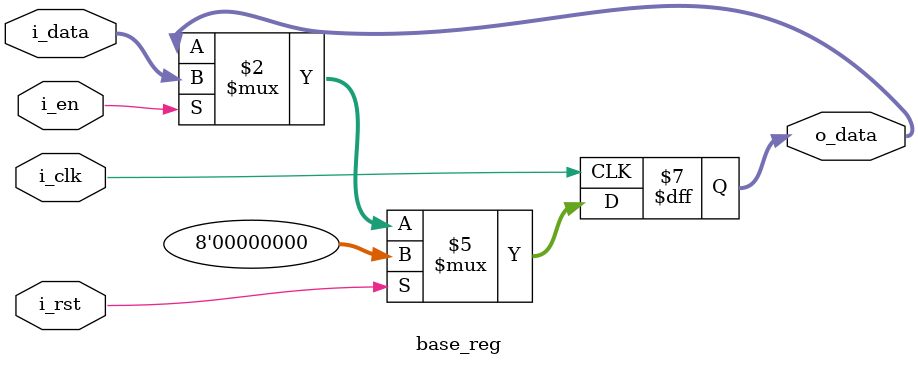
<source format=v>
`default_nettype none

module base_reg #(
    parameter NB_DATA = 8 // Ancho de datos, por defecto 8 bits
) (
    input wire i_clk, i_rst, i_en,
    input wire [NB_DATA-1:0] i_data,
    output reg [NB_DATA-1:0] o_data
);

    always @(posedge i_clk) begin
        if (i_rst) begin
            o_data <= {NB_DATA{1'b0}};
        end else if (i_en) begin
            o_data <= i_data;
        end
    end

endmodule

`default_nettype wire

</source>
